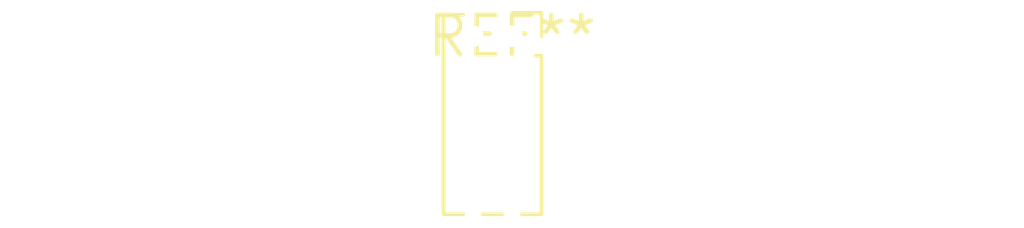
<source format=kicad_pcb>
(kicad_pcb (version 20240108) (generator pcbnew)
  (layers (0 "F.Cu" signal) (31 "B.Cu" signal) (34 "B.Paste" user) (35 "F.Paste" user) (36 "B.SilkS" user "B.Silkscreen") (37 "F.SilkS" user "F.Silkscreen") (38 "B.Mask" user) (39 "F.Mask" user) (44 "Edge.Cuts" user))
  (net 0 "")
  (footprint "PinSocket_2x05_P1.27mm_Vertical" (layer "F.Cu") (at 0 0)
    (property "Reference" "REF**")
    (property "Value" "PinSocket_2x05_P1.27mm_Vertical")
    (fp_line (start -2.22 -0.695) (end -2.22 5.775) (layer "F.SilkS") (stroke (width 0.12)))
    (fp_line (start -2.22 -0.695) (end -1.57753 -0.695) (layer "F.SilkS") (stroke (width 0.12)))
    (fp_line (start -2.22 5.775) (end -1.57753 5.775) (layer "F.SilkS") (stroke (width 0.12)))
    (fp_line (start -0.96247 -0.695) (end -0.76 -0.695) (layer "F.SilkS") (stroke (width 0.12)))
    (fp_line (start -0.96247 5.775) (end -0.30753 5.775) (layer "F.SilkS") (stroke (width 0.12)))
    (fp_line (start 0 -0.76) (end 0.95 -0.76) (layer "F.SilkS") (stroke (width 0.12)))
    (fp_line (start 0.30753 5.775) (end 0.95 5.775) (layer "F.SilkS") (stroke (width 0.12)))
    (fp_line (start 0.76 0.635) (end 0.95 0.635) (layer "F.SilkS") (stroke (width 0.12)))
    (fp_line (start 0.95 -0.76) (end 0.95 0) (layer "F.SilkS") (stroke (width 0.12)))
    (fp_line (start 0.95 0.635) (end 0.95 5.775) (layer "F.SilkS") (stroke (width 0.12)))
    (pad "1" thru_hole rect (at 0 0) (size 1 1) (drill 0.7) (layers *.Cu *.Mask) (remove_unused_layers))
    (pad "2" thru_hole oval (at -1.27 0) (size 1 1) (drill 0.7) (layers *.Cu *.Mask) (remove_unused_layers))
    (pad "3" thru_hole oval (at 0 1.27) (size 1 1) (drill 0.7) (layers *.Cu *.Mask) (remove_unused_layers))
    (pad "4" thru_hole oval (at -1.27 1.27) (size 1 1) (drill 0.7) (layers *.Cu *.Mask) (remove_unused_layers))
    (pad "5" thru_hole oval (at 0 2.54) (size 1 1) (drill 0.7) (layers *.Cu *.Mask) (remove_unused_layers))
    (pad "6" thru_hole oval (at -1.27 2.54) (size 1 1) (drill 0.7) (layers *.Cu *.Mask) (remove_unused_layers))
    (pad "7" thru_hole oval (at 0 3.81) (size 1 1) (drill 0.7) (layers *.Cu *.Mask) (remove_unused_layers))
    (pad "8" thru_hole oval (at -1.27 3.81) (size 1 1) (drill 0.7) (layers *.Cu *.Mask) (remove_unused_layers))
    (pad "9" thru_hole oval (at 0 5.08) (size 1 1) (drill 0.7) (layers *.Cu *.Mask) (remove_unused_layers))
    (pad "10" thru_hole oval (at -1.27 5.08) (size 1 1) (drill 0.7) (layers *.Cu *.Mask) (remove_unused_layers))
  )
)
</source>
